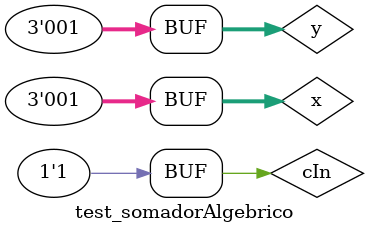
<source format=v>

module halfAdder (output saida, output carryOut, input a, input b);
	
	xor XOR1 (saida, a, b);
	and AND1 (carryOut, a, b);

endmodule // -- halfAdder
	 
// -------------------------
// --- fullAdder
// -------------------------
module fullAdder (output saida, output carryOut,
						input a, input b, input carryIn);

	wire [2:0]s;
	
	halfAdder HA1 (s[0], s[1], a, b);
	halfAdder HA2 (saida, s[2], s[0], carryIn);
	
	or OR1 (carryOut, s[1], s[2]);
	
endmodule // -- fullAdder

// -------------------------
// --- somador algebrico
// -------------------------
module somadorAlgebrico (output [2:0]saida, output carryOut, input [2:0]a, input [2:0]b, input carryIn);

	wire [2:0]s;
	wire [2:0]s1;
	wire x;
	
	xor XOR1 ( s[0], b[0], carryIn);
	xor XOR2 ( s[1], b[1], carryIn);
	xor XOR3 ( s[2], b[2], carryIn);
	
	fullAdder FA1 (saida[0], s1[0], a[0], s[0], 1);
	fullAdder FA2 (saida[1], s1[1], a[1], s[1], s1[0]);
	fullAdder FA3 (saida[2], s1[2], a[2], s[2], s1[1]);
	
	xor XOR1 (carryOut, carryIn, s1[2]);
	
endmodule // -- somadorAlgebrico

// -------------------------
// --- modulo de teste
// -------------------------
module test_somadorAlgebrico;
	
	reg  [2:0] x;
	reg  [2:0] y;
	reg  cIn;
	
	wire [2:0] z;
	wire cOut;
	
	somadorAlgebrico modulo (z, cOut, x, y, cIn);
	
	// --- parte principal
	initial begin
		$display("Exemplo 0033 - Ana Cristina - 427385");
		$display("Test ALU Somador Algebrico \n");
		
		$display("Soma = carryIn = 0; Subtração = carryIn = 1 \n");
		$display("x  y  +1 ----> carryIn = carryOut  saida \n");
		
		#1 x = 3'b001; y = 3'b010; cIn = 0;
		$monitor("%3b  %3b ----> %b = %b %3b ", x, y, cIn, cOut, z);
		
		#1 x = 3'b001; y = 3'b010; cIn = 1;
		#1 x = 3'b101; y = 3'b100; cIn = 0;
		#1 x = 3'b010; y = 3'b110; cIn = 1;
		#1 x = 3'b110; y = 3'b011; cIn = 0;
		#1 x = 3'b111; y = 3'b010; cIn = 1;
		#1 x = 3'b000; y = 3'b001; cIn = 0;
		#1 x = 3'b001; y = 3'b001; cIn = 1;
	end
endmodule
// -- test_somadorAlgebrico
// --- previsao de testes
// -- Soma = carryIn = 0; Subtração = carryIn = 1
// --
// -- x  y  +1 ----> carryIn = carryOut  saida
// -- 
// -- 001   010 ----> 0 = 0  100
// -- 001   010 ----> 1 = 1  111
// -- 101   100 ----> 0 = 1  010
// -- 010   110 ----> 1 = 1  100
// -- 110   011 ----> 0 = 1  010
// -- 111   010 ----> 1 = 0  101
// -- 000   001 ----> 0 = 0  010
// -- 001   001 ----> 1 = 0  000
</source>
